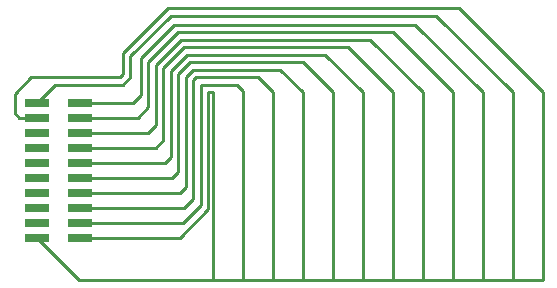
<source format=gbr>
%TF.GenerationSoftware,KiCad,Pcbnew,(5.1.6)-1*%
%TF.CreationDate,2022-05-18T10:49:22-04:00*%
%TF.ProjectId,sensor_v1,73656e73-6f72-45f7-9631-2e6b69636164,rev?*%
%TF.SameCoordinates,Original*%
%TF.FileFunction,Copper,L1,Top*%
%TF.FilePolarity,Positive*%
%FSLAX46Y46*%
G04 Gerber Fmt 4.6, Leading zero omitted, Abs format (unit mm)*
G04 Created by KiCad (PCBNEW (5.1.6)-1) date 2022-05-18 10:49:22*
%MOMM*%
%LPD*%
G01*
G04 APERTURE LIST*
%TA.AperFunction,SMDPad,CuDef*%
%ADD10R,2.100000X0.750000*%
%TD*%
%TA.AperFunction,Conductor*%
%ADD11C,0.250000*%
%TD*%
G04 APERTURE END LIST*
D10*
%TO.P,REF\u002A\u002A,20*%
%TO.N,N/C*%
X97006000Y-89789000D03*
%TO.P,REF\u002A\u002A,19*%
X100606000Y-89789000D03*
%TO.P,REF\u002A\u002A,18*%
X97006000Y-88519000D03*
%TO.P,REF\u002A\u002A,17*%
X100606000Y-88519000D03*
%TO.P,REF\u002A\u002A,16*%
X97006000Y-87249000D03*
%TO.P,REF\u002A\u002A,15*%
X100606000Y-87249000D03*
%TO.P,REF\u002A\u002A,14*%
X97006000Y-85979000D03*
%TO.P,REF\u002A\u002A,13*%
X100606000Y-85979000D03*
%TO.P,REF\u002A\u002A,12*%
X97006000Y-84709000D03*
%TO.P,REF\u002A\u002A,11*%
X100606000Y-84709000D03*
%TO.P,REF\u002A\u002A,10*%
X97006000Y-83439000D03*
%TO.P,REF\u002A\u002A,9*%
X100606000Y-83439000D03*
%TO.P,REF\u002A\u002A,8*%
X97006000Y-82169000D03*
%TO.P,REF\u002A\u002A,7*%
X100606000Y-82169000D03*
%TO.P,REF\u002A\u002A,6*%
X97006000Y-80899000D03*
%TO.P,REF\u002A\u002A,5*%
X100606000Y-80899000D03*
%TO.P,REF\u002A\u002A,4*%
X97006000Y-79629000D03*
%TO.P,REF\u002A\u002A,3*%
X100606000Y-79629000D03*
%TO.P,REF\u002A\u002A,2*%
X97006000Y-78359000D03*
%TO.P,REF\u002A\u002A,1*%
X100606000Y-78359000D03*
%TD*%
D11*
%TO.N,*%
X111887000Y-93345000D02*
X111887000Y-77470000D01*
X114427000Y-93345000D02*
X114427000Y-77343000D01*
X111887000Y-77470000D02*
X111506000Y-77470000D01*
X111506000Y-77470000D02*
X111506000Y-87376000D01*
X109093000Y-89789000D02*
X100606000Y-89789000D01*
X111506000Y-87376000D02*
X109093000Y-89789000D01*
X114427000Y-77343000D02*
X113919000Y-76835000D01*
X113919000Y-76835000D02*
X110871000Y-76835000D01*
X110871000Y-76835000D02*
X110871000Y-86995000D01*
X109347000Y-88519000D02*
X100606000Y-88519000D01*
X110871000Y-86995000D02*
X109347000Y-88519000D01*
X109474000Y-87249000D02*
X100606000Y-87249000D01*
X110236000Y-86487000D02*
X109474000Y-87249000D01*
X116967000Y-77470000D02*
X115697000Y-76200000D01*
X116967000Y-93345000D02*
X116967000Y-77470000D01*
X110236000Y-76454000D02*
X110236000Y-86487000D01*
X115697000Y-76200000D02*
X110490000Y-76200000D01*
X110490000Y-76200000D02*
X110236000Y-76454000D01*
X109601000Y-85471000D02*
X109093000Y-85979000D01*
X109093000Y-85979000D02*
X100606000Y-85979000D01*
X119507000Y-77470000D02*
X117602000Y-75565000D01*
X119507000Y-93345000D02*
X119507000Y-77470000D01*
X117602000Y-75565000D02*
X110236000Y-75565000D01*
X109601000Y-76200000D02*
X109601000Y-85471000D01*
X110236000Y-75565000D02*
X109601000Y-76200000D01*
X108458000Y-84709000D02*
X100606000Y-84709000D01*
X108966000Y-84201000D02*
X108458000Y-84709000D01*
X122047000Y-77470000D02*
X119507000Y-74930000D01*
X108966000Y-75946000D02*
X108966000Y-84201000D01*
X122047000Y-93345000D02*
X122047000Y-77470000D01*
X119507000Y-74930000D02*
X109982000Y-74930000D01*
X109982000Y-74930000D02*
X108966000Y-75946000D01*
X107823000Y-83439000D02*
X100606000Y-83439000D01*
X108331000Y-82931000D02*
X107823000Y-83439000D01*
X124587000Y-77470000D02*
X121412000Y-74295000D01*
X124587000Y-93345000D02*
X124587000Y-77470000D01*
X121412000Y-74295000D02*
X109728000Y-74295000D01*
X109728000Y-74295000D02*
X108331000Y-75692000D01*
X108331000Y-75692000D02*
X108331000Y-82931000D01*
X107061000Y-82169000D02*
X100606000Y-82169000D01*
X107696000Y-81534000D02*
X107061000Y-82169000D01*
X127127000Y-93345000D02*
X127127000Y-77470000D01*
X123317000Y-73660000D02*
X109474000Y-73660000D01*
X109474000Y-73660000D02*
X107696000Y-75438000D01*
X127127000Y-77470000D02*
X123317000Y-73660000D01*
X107696000Y-75438000D02*
X107696000Y-81534000D01*
X106426000Y-80899000D02*
X100606000Y-80899000D01*
X107061000Y-80264000D02*
X106426000Y-80899000D01*
X107061000Y-75184000D02*
X107061000Y-80264000D01*
X129667000Y-77470000D02*
X125222000Y-73025000D01*
X129667000Y-93345000D02*
X129667000Y-77470000D01*
X125222000Y-73025000D02*
X109220000Y-73025000D01*
X109220000Y-73025000D02*
X107061000Y-75184000D01*
X105537000Y-79629000D02*
X100606000Y-79629000D01*
X106426000Y-78740000D02*
X105537000Y-79629000D01*
X132207000Y-77470000D02*
X127127000Y-72390000D01*
X132207000Y-93345000D02*
X132207000Y-77470000D01*
X127127000Y-72390000D02*
X108966000Y-72390000D01*
X108966000Y-72390000D02*
X106426000Y-74930000D01*
X106426000Y-74930000D02*
X106426000Y-78740000D01*
X105156000Y-78359000D02*
X100606000Y-78359000D01*
X105791000Y-77724000D02*
X105156000Y-78359000D01*
X134747000Y-77470000D02*
X129032000Y-71755000D01*
X134747000Y-93345000D02*
X134747000Y-77470000D01*
X129032000Y-71755000D02*
X108585000Y-71755000D01*
X108585000Y-71755000D02*
X105791000Y-74549000D01*
X105791000Y-74549000D02*
X105791000Y-77724000D01*
X98530000Y-76835000D02*
X97006000Y-78359000D01*
X104267000Y-76835000D02*
X98530000Y-76835000D01*
X104902000Y-76200000D02*
X104267000Y-76835000D01*
X137287000Y-77470000D02*
X130810000Y-70993000D01*
X137287000Y-93345000D02*
X137287000Y-77470000D01*
X130810000Y-70993000D02*
X108331000Y-70993000D01*
X108331000Y-70993000D02*
X104902000Y-74422000D01*
X104902000Y-74422000D02*
X104902000Y-76200000D01*
X95504000Y-79629000D02*
X97006000Y-79629000D01*
X95123000Y-77597000D02*
X95123000Y-79248000D01*
X96520000Y-76200000D02*
X95123000Y-77597000D01*
X104013000Y-76200000D02*
X96520000Y-76200000D01*
X139827000Y-77470000D02*
X132715000Y-70358000D01*
X104267000Y-75946000D02*
X104013000Y-76200000D01*
X139827000Y-93345000D02*
X139827000Y-77470000D01*
X104267000Y-74168000D02*
X104267000Y-75946000D01*
X132715000Y-70358000D02*
X108077000Y-70358000D01*
X95123000Y-79248000D02*
X95504000Y-79629000D01*
X108077000Y-70358000D02*
X104267000Y-74168000D01*
X139827000Y-93345000D02*
X111887000Y-93345000D01*
X100562000Y-93345000D02*
X97006000Y-89789000D01*
X111887000Y-93345000D02*
X100562000Y-93345000D01*
%TD*%
M02*

</source>
